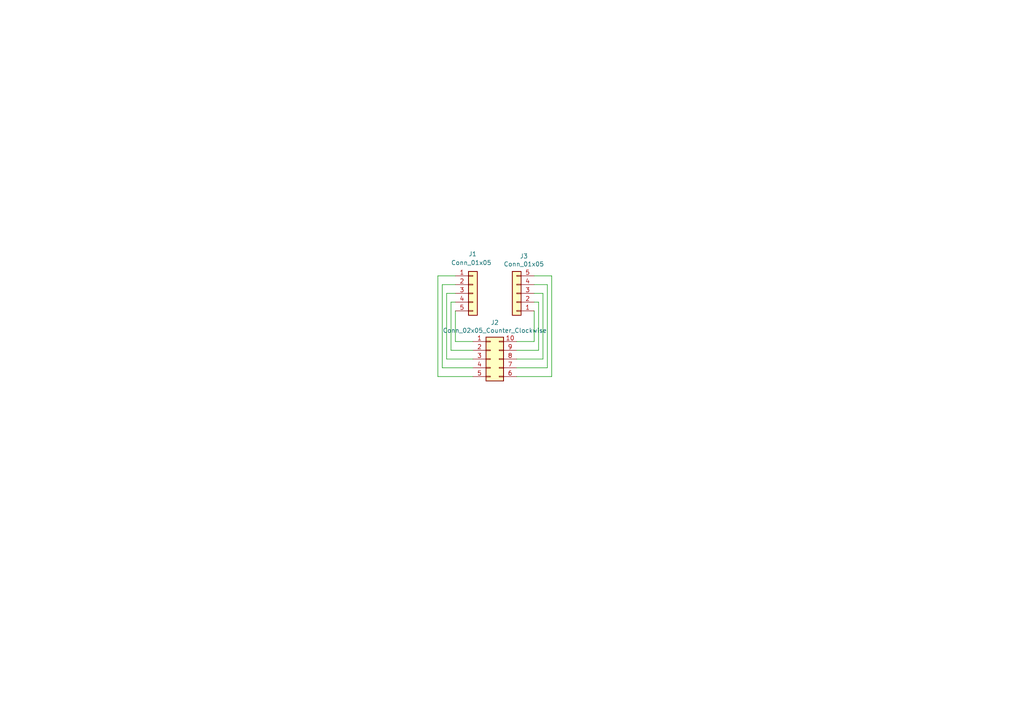
<source format=kicad_sch>
(kicad_sch (version 20230121) (generator eeschema)
  (paper "A4")
  (lib_symbols
    (symbol "Connector_Generic:Conn_01x05" (pin_names (offset 1.016) hide)
      (property "Reference" "J" (at 0 7.62 0))
      (property "Value" "Conn_01x05" (at 0 -7.62 0))
      (symbol "Conn_01x05_1_1"
        (rectangle (start -1.27 -4.953) (end 0 -5.207) (stroke (width 0.1524)))
        (rectangle (start -1.27 -2.413) (end 0 -2.667) (stroke (width 0.1524)))
        (rectangle (start -1.27 0.127) (end 0 -0.127) (stroke (width 0.1524)))
        (rectangle (start -1.27 2.667) (end 0 2.413) (stroke (width 0.1524)))
        (rectangle (start -1.27 5.207) (end 0 4.953) (stroke (width 0.1524)))
        (rectangle (start -1.27 6.35) (end 1.27 -6.35) (stroke (width 0.254)) (fill (type background)))
        (pin passive line (at -5.08 5.08 0) (length 3.81) (name "Pin_1") (number "1"))
        (pin passive line (at -5.08 2.54 0) (length 3.81) (name "Pin_2") (number "2"))
        (pin passive line (at -5.08 0 0) (length 3.81) (name "Pin_3") (number "3"))
        (pin passive line (at -5.08 -2.54 0) (length 3.81) (name "Pin_4") (number "4"))
        (pin passive line (at -5.08 -5.08 0) (length 3.81) (name "Pin_5") (number "5"))
      )
    )
    (symbol "Connector_Generic:Conn_02x05_Counter_Clockwise" (pin_names (offset 1.016) hide)
      (property "Reference" "J" (at 1.27 7.62 0))
      (property "Value" "Conn_02x05_Counter_Clockwise" (at 1.27 -7.62 0))
      (symbol "Conn_02x05_Counter_Clockwise_1_1"
        (rectangle (start -1.27 -4.953) (end 0 -5.207) (stroke (width 0.1524)))
        (rectangle (start -1.27 -2.413) (end 0 -2.667) (stroke (width 0.1524)))
        (rectangle (start -1.27 0.127) (end 0 -0.127) (stroke (width 0.1524)))
        (rectangle (start -1.27 2.667) (end 0 2.413) (stroke (width 0.1524)))
        (rectangle (start -1.27 5.207) (end 0 4.953) (stroke (width 0.1524)))
        (rectangle (start -1.27 6.35) (end 3.81 -6.35) (stroke (width 0.254)) (fill (type background)))
        (rectangle (start 3.81 -4.953) (end 2.54 -5.207) (stroke (width 0.1524)))
        (rectangle (start 3.81 -2.413) (end 2.54 -2.667) (stroke (width 0.1524)))
        (rectangle (start 3.81 0.127) (end 2.54 -0.127) (stroke (width 0.1524)))
        (rectangle (start 3.81 2.667) (end 2.54 2.413) (stroke (width 0.1524)))
        (rectangle (start 3.81 5.207) (end 2.54 4.953) (stroke (width 0.1524)))
        (pin passive line (at -5.08 5.08 0) (length 3.81) (name "Pin_1") (number "1"))
        (pin passive line (at 7.62 5.08 180) (length 3.81) (name "Pin_10") (number "10"))
        (pin passive line (at -5.08 2.54 0) (length 3.81) (name "Pin_2") (number "2"))
        (pin passive line (at -5.08 0 0) (length 3.81) (name "Pin_3") (number "3"))
        (pin passive line (at -5.08 -2.54 0) (length 3.81) (name "Pin_4") (number "4"))
        (pin passive line (at -5.08 -5.08 0) (length 3.81) (name "Pin_5") (number "5"))
        (pin passive line (at 7.62 -5.08 180) (length 3.81) (name "Pin_6") (number "6"))
        (pin passive line (at 7.62 -2.54 180) (length 3.81) (name "Pin_7") (number "7"))
        (pin passive line (at 7.62 0 180) (length 3.81) (name "Pin_8") (number "8"))
        (pin passive line (at 7.62 2.54 180) (length 3.81) (name "Pin_9") (number "9"))
      )
    )
  )
  (wire (pts (xy 127 80.01) (xy 127 109.22)))
  (wire (pts (xy 157.48 85.09) (xy 154.94 85.09)))
  (wire (pts (xy 158.75 82.55) (xy 158.75 106.68)))
  (wire (pts (xy 128.27 82.55) (xy 132.08 82.55)))
  (wire (pts (xy 160.02 109.22) (xy 160.02 80.01)))
  (wire (pts (xy 132.08 99.06) (xy 137.16 99.06)))
  (wire (pts (xy 156.21 87.63) (xy 156.21 101.6)))
  (wire (pts (xy 158.75 106.68) (xy 149.86 106.68)))
  (wire (pts (xy 130.81 87.63) (xy 132.08 87.63)))
  (wire (pts (xy 158.75 82.55) (xy 154.94 82.55)))
  (wire (pts (xy 130.81 101.6) (xy 130.81 87.63)))
  (wire (pts (xy 149.86 99.06) (xy 154.94 99.06)))
  (wire (pts (xy 156.21 87.63) (xy 154.94 87.63)))
  (wire (pts (xy 127 80.01) (xy 132.08 80.01)))
  (wire (pts (xy 127 109.22) (xy 137.16 109.22)))
  (wire (pts (xy 149.86 104.14) (xy 157.48 104.14)))
  (wire (pts (xy 129.54 104.14) (xy 137.16 104.14)))
  (wire (pts (xy 154.94 99.06) (xy 154.94 90.17)))
  (wire (pts (xy 157.48 104.14) (xy 157.48 85.09)))
  (wire (pts (xy 129.54 85.09) (xy 129.54 104.14)))
  (wire (pts (xy 128.27 106.68) (xy 128.27 82.55)))
  (wire (pts (xy 149.86 109.22) (xy 160.02 109.22)))
  (wire (pts (xy 129.54 85.09) (xy 132.08 85.09)))
  (wire (pts (xy 132.08 90.17) (xy 132.08 99.06)))
  (wire (pts (xy 156.21 101.6) (xy 149.86 101.6)))
  (wire (pts (xy 160.02 80.01) (xy 154.94 80.01)))
  (wire (pts (xy 137.16 101.6) (xy 130.81 101.6)))
  (wire (pts (xy 137.16 106.68) (xy 128.27 106.68)))
  (symbol (lib_id "Connector_Generic:Conn_02x05_Counter_Clockwise") (at 142.24 104.14 0) (unit 1)
    (property "Reference" "J2" (at 143.51 93.5482 0))
    (property "Value" "Conn_02x05_Counter_Clockwise" (at 143.51 95.8596 0))
    (property "Footprint" "Connector:Tag-Connect_TC2050-IDC-NL_2x05_P1.27mm_Vertical" (effects hide))
  )
  (symbol (lib_id "Connector_Generic:Conn_01x05") (at 137.16 85.09 0) (unit 1)
    (property "Reference" "J1" (at 135.89 73.66 0) (effects (justify left)))
    (property "Value" "Conn_01x05" (at 130.81 76.2 0) (effects (justify left)))
    (property "Footprint" "Connector_PinHeader_2.00mm:PinHeader_1x05_P2.00mm_Vertical" (effects hide))
  )
  (symbol (lib_id "Connector_Generic:Conn_01x05") (at 149.86 85.09 180) (unit 1)
    (property "Reference" "J3" (at 151.9428 74.295 0))
    (property "Value" "Conn_01x05" (at 151.9428 76.6064 0))
    (property "Footprint" "Connector_PinHeader_2.00mm:PinHeader_1x05_P2.00mm_Vertical" (effects hide))
  )
)
</source>
